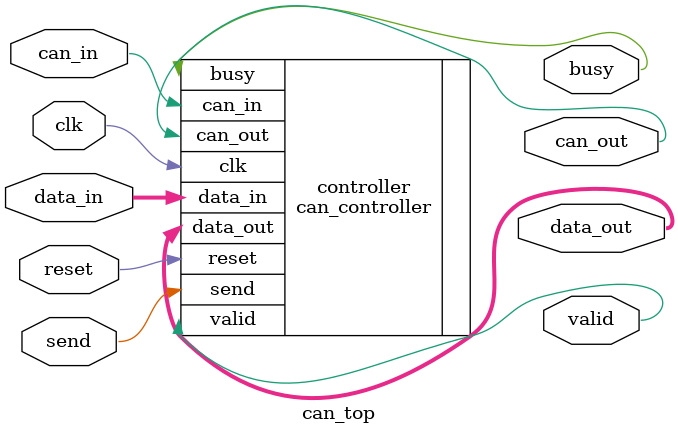
<source format=v>
module can_top (
    input wire clk,
    input wire reset,
    input wire [7:0] data_in,
    input wire send,
    input wire can_in,
    output wire can_out,
    output wire [7:0] data_out,
    output wire valid,
    output wire busy
);
    can_controller controller (
        .clk(clk),
        .reset(reset),
        .data_in(data_in),
        .send(send),
        .can_in(can_in),
        .can_out(can_out),
        .data_out(data_out),
        .valid(valid),
        .busy(busy)
    );
endmodule


</source>
